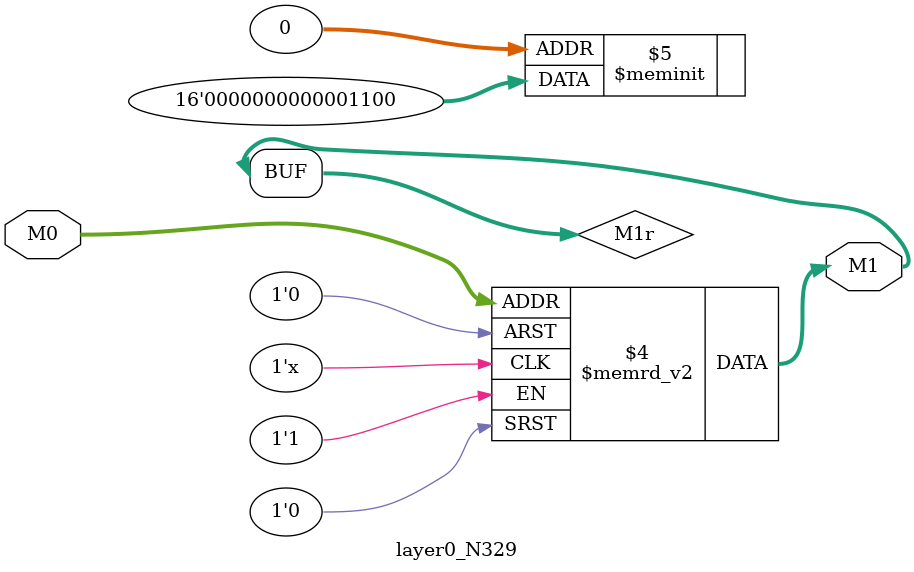
<source format=v>
module layer0_N329 ( input [2:0] M0, output [1:0] M1 );

	(*rom_style = "distributed" *) reg [1:0] M1r;
	assign M1 = M1r;
	always @ (M0) begin
		case (M0)
			3'b000: M1r = 2'b00;
			3'b100: M1r = 2'b00;
			3'b010: M1r = 2'b00;
			3'b110: M1r = 2'b00;
			3'b001: M1r = 2'b11;
			3'b101: M1r = 2'b00;
			3'b011: M1r = 2'b00;
			3'b111: M1r = 2'b00;

		endcase
	end
endmodule

</source>
